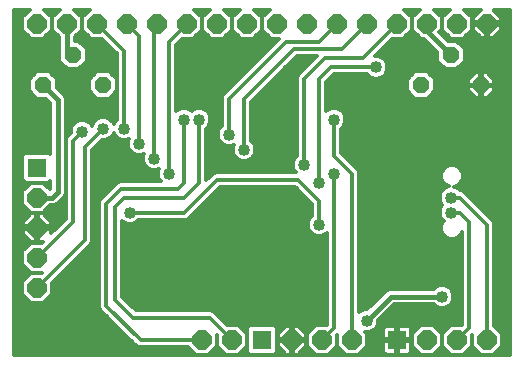
<source format=gbl>
G75*
G70*
%OFA0B0*%
%FSLAX24Y24*%
%IPPOS*%
%LPD*%
%AMOC8*
5,1,8,0,0,1.08239X$1,22.5*
%
%ADD10OC8,0.0640*%
%ADD11OC8,0.0560*%
%ADD12R,0.0640X0.0640*%
%ADD13C,0.0400*%
%ADD14C,0.0120*%
%ADD15C,0.0160*%
D10*
X001161Y002661D03*
X001161Y003661D03*
X001161Y004661D03*
X001161Y005661D03*
X006661Y000911D03*
X007661Y000911D03*
X009661Y000911D03*
X010661Y000911D03*
X011661Y000911D03*
X014161Y000911D03*
X015161Y000911D03*
X016161Y000911D03*
X016161Y011461D03*
X015161Y011461D03*
X014161Y011461D03*
X013161Y011461D03*
X012161Y011461D03*
X011161Y011461D03*
X010161Y011461D03*
X009161Y011461D03*
X008161Y011461D03*
X007161Y011461D03*
X006161Y011461D03*
X005161Y011461D03*
X004161Y011461D03*
X003161Y011461D03*
X002161Y011461D03*
X001161Y011461D03*
D11*
X002361Y010411D03*
X001361Y009411D03*
X003361Y009411D03*
X013961Y009411D03*
X014961Y010411D03*
X015961Y009411D03*
D12*
X013161Y000911D03*
X008661Y000911D03*
X001161Y006661D03*
D13*
X002661Y007861D03*
X003361Y007961D03*
X004061Y007961D03*
X004561Y007461D03*
X003961Y007161D03*
X005061Y006961D03*
X005561Y006461D03*
X004261Y005161D03*
X007661Y004661D03*
X010061Y006761D03*
X010561Y006161D03*
X011061Y006461D03*
X010561Y004761D03*
X008061Y007261D03*
X007561Y007761D03*
X006561Y008261D03*
X006061Y008261D03*
X006661Y010461D03*
X002561Y008761D03*
X007661Y002161D03*
X012161Y001561D03*
X014661Y002361D03*
X014961Y005161D03*
X014961Y005661D03*
X011061Y008261D03*
X012461Y010011D03*
D14*
X000401Y011921D02*
X000401Y000401D01*
X016921Y000401D01*
X016921Y011921D01*
X016380Y011921D01*
X016641Y011660D01*
X016921Y011660D01*
X016921Y011779D02*
X016523Y011779D01*
X016404Y011897D02*
X016921Y011897D01*
X016641Y011660D02*
X016641Y011501D01*
X016201Y011501D01*
X016201Y011421D01*
X016201Y010981D01*
X016360Y010981D01*
X016641Y011262D01*
X016641Y011421D01*
X016201Y011421D01*
X016121Y011421D01*
X016121Y010981D01*
X015962Y010981D01*
X015681Y011262D01*
X015681Y011421D01*
X016121Y011421D01*
X016121Y011501D01*
X015681Y011501D01*
X015681Y011660D01*
X015661Y011660D01*
X015661Y011668D02*
X015408Y011921D01*
X015943Y011921D01*
X015681Y011660D01*
X015661Y011668D02*
X015661Y011254D01*
X015368Y010961D01*
X014954Y010961D01*
X014661Y011254D01*
X014661Y011668D01*
X014408Y011921D01*
X014914Y011921D01*
X014661Y011668D01*
X014661Y011254D01*
X014574Y011167D01*
X014869Y010871D01*
X015152Y010871D01*
X015421Y010602D01*
X015421Y010221D01*
X015152Y009951D01*
X014771Y009951D01*
X014501Y010221D01*
X014501Y010504D01*
X014044Y010961D01*
X013954Y010961D01*
X013661Y011254D01*
X013661Y011668D01*
X013408Y011921D01*
X013914Y011921D01*
X013661Y011668D01*
X013661Y011254D01*
X013368Y010961D01*
X013001Y010961D01*
X012431Y010391D01*
X012537Y010391D01*
X012676Y010333D01*
X012783Y010226D01*
X012841Y010087D01*
X012841Y009936D01*
X012783Y009796D01*
X012676Y009689D01*
X012537Y009631D01*
X012386Y009631D01*
X012246Y009689D01*
X012164Y009771D01*
X011061Y009771D01*
X010801Y009512D01*
X010801Y008539D01*
X010846Y008583D01*
X010986Y008641D01*
X011137Y008641D01*
X011276Y008583D01*
X011383Y008476D01*
X011441Y008337D01*
X011441Y008186D01*
X011383Y008046D01*
X011301Y007964D01*
X011301Y007161D01*
X011797Y006665D01*
X011865Y006597D01*
X011901Y006509D01*
X011901Y001839D01*
X011946Y001883D01*
X012086Y001941D01*
X012174Y001941D01*
X012814Y002582D01*
X012910Y002621D01*
X013013Y002621D01*
X014384Y002621D01*
X014446Y002683D01*
X014586Y002741D01*
X014737Y002741D01*
X014876Y002683D01*
X014983Y002576D01*
X015041Y002437D01*
X015041Y002286D01*
X014983Y002146D01*
X014876Y002039D01*
X014737Y001981D01*
X014586Y001981D01*
X014446Y002039D01*
X014384Y002101D01*
X013069Y002101D01*
X012541Y001574D01*
X012541Y001486D01*
X012483Y001346D01*
X012376Y001239D01*
X012237Y001181D01*
X012098Y001181D01*
X012161Y001118D01*
X012161Y000704D01*
X011868Y000411D01*
X011454Y000411D01*
X011161Y000704D01*
X011161Y001072D01*
X011161Y000704D01*
X010868Y000411D01*
X010454Y000411D01*
X010161Y000704D01*
X010161Y001118D01*
X010454Y001411D01*
X010821Y001411D01*
X010821Y004484D01*
X010776Y004439D01*
X010637Y004381D01*
X010486Y004381D01*
X010346Y004439D01*
X010239Y004546D01*
X010181Y004686D01*
X010181Y004837D01*
X010239Y004976D01*
X010321Y005059D01*
X010321Y005462D01*
X009762Y006021D01*
X007261Y006021D01*
X006197Y004958D01*
X006109Y004921D01*
X006014Y004921D01*
X004559Y004921D01*
X004476Y004839D01*
X004337Y004781D01*
X004186Y004781D01*
X004046Y004839D01*
X004001Y004884D01*
X004001Y002361D01*
X004461Y001901D01*
X006864Y001901D01*
X006959Y001901D01*
X007047Y001865D01*
X007501Y001411D01*
X007868Y001411D01*
X008161Y001118D01*
X008161Y000704D01*
X007868Y000411D01*
X007454Y000411D01*
X007161Y000704D01*
X007161Y001072D01*
X007161Y001072D01*
X007161Y000704D01*
X006868Y000411D01*
X006454Y000411D01*
X006194Y000671D01*
X004564Y000671D01*
X004475Y000708D01*
X004408Y000775D01*
X003258Y001925D01*
X003221Y002014D01*
X003221Y002109D01*
X003221Y005509D01*
X003258Y005597D01*
X003325Y005665D01*
X003825Y006165D01*
X003914Y006201D01*
X004009Y006201D01*
X005284Y006201D01*
X005239Y006246D01*
X005181Y006386D01*
X005181Y006537D01*
X005213Y006613D01*
X005137Y006581D01*
X004986Y006581D01*
X004846Y006639D01*
X004739Y006746D01*
X004681Y006886D01*
X004681Y007037D01*
X004713Y007113D01*
X004637Y007081D01*
X004486Y007081D01*
X004346Y007139D01*
X004239Y007246D01*
X004181Y007386D01*
X004181Y007537D01*
X004213Y007613D01*
X004137Y007581D01*
X003986Y007581D01*
X003846Y007639D01*
X003739Y007746D01*
X003711Y007813D01*
X003683Y007746D01*
X003576Y007639D01*
X003437Y007581D01*
X003321Y007581D01*
X003001Y007262D01*
X003001Y004214D01*
X002965Y004125D01*
X002897Y004058D01*
X001661Y002822D01*
X001661Y002454D01*
X001368Y002161D01*
X000954Y002161D01*
X000661Y002454D01*
X000661Y002868D01*
X000954Y003161D01*
X001322Y003161D01*
X001322Y003161D01*
X000954Y003161D01*
X000661Y003454D01*
X000661Y003868D01*
X000954Y004161D01*
X001322Y004161D01*
X001342Y004181D01*
X001201Y004181D01*
X001201Y004621D01*
X001121Y004621D01*
X001121Y004181D01*
X000962Y004181D01*
X000681Y004462D01*
X000681Y004621D01*
X001121Y004621D01*
X001121Y004701D01*
X000681Y004701D01*
X000681Y004860D01*
X000962Y005141D01*
X001121Y005141D01*
X001121Y004701D01*
X001201Y004701D01*
X001201Y005141D01*
X001360Y005141D01*
X001641Y004860D01*
X001641Y004701D01*
X001201Y004701D01*
X001201Y004621D01*
X001641Y004621D01*
X001641Y004481D01*
X002121Y004961D01*
X002121Y007609D01*
X002158Y007697D01*
X002225Y007765D01*
X002225Y007765D01*
X002281Y007821D01*
X002281Y007937D01*
X002339Y008076D01*
X002446Y008183D01*
X002586Y008241D01*
X002737Y008241D01*
X002876Y008183D01*
X002983Y008076D01*
X002991Y008059D01*
X003039Y008176D01*
X003146Y008283D01*
X003286Y008341D01*
X003437Y008341D01*
X003576Y008283D01*
X003683Y008176D01*
X003711Y008109D01*
X003739Y008176D01*
X003821Y008259D01*
X003821Y010462D01*
X003322Y010961D01*
X002954Y010961D01*
X002661Y011254D01*
X002661Y011668D01*
X002408Y011921D01*
X002914Y011921D01*
X002661Y011668D01*
X002661Y011254D01*
X002421Y011014D01*
X002421Y010871D01*
X002552Y010871D01*
X002821Y010602D01*
X002821Y010221D01*
X002552Y009951D01*
X002171Y009951D01*
X001901Y010221D01*
X001901Y010560D01*
X001901Y010663D01*
X001901Y011014D01*
X001661Y011254D01*
X001661Y011668D01*
X001408Y011921D01*
X001914Y011921D01*
X001661Y011668D01*
X001661Y011254D01*
X001368Y010961D01*
X000954Y010961D01*
X000661Y011254D01*
X000661Y011668D01*
X000914Y011921D01*
X000401Y011921D01*
X000401Y011897D02*
X000890Y011897D01*
X000771Y011779D02*
X000401Y011779D01*
X000401Y011660D02*
X000661Y011660D01*
X000661Y011541D02*
X000401Y011541D01*
X000401Y011423D02*
X000661Y011423D01*
X000661Y011304D02*
X000401Y011304D01*
X000401Y011186D02*
X000730Y011186D01*
X000848Y011067D02*
X000401Y011067D01*
X000401Y010949D02*
X001901Y010949D01*
X001901Y010830D02*
X000401Y010830D01*
X000401Y010712D02*
X001901Y010712D01*
X001901Y010593D02*
X000401Y010593D01*
X000401Y010475D02*
X001901Y010475D01*
X001901Y010356D02*
X000401Y010356D01*
X000401Y010237D02*
X001901Y010237D01*
X002003Y010119D02*
X000401Y010119D01*
X000401Y010000D02*
X002122Y010000D01*
X002601Y010000D02*
X003821Y010000D01*
X003821Y009882D02*
X000401Y009882D01*
X000401Y009763D02*
X001063Y009763D01*
X001171Y009871D02*
X000901Y009602D01*
X000901Y009221D01*
X001171Y008951D01*
X001454Y008951D01*
X001601Y008804D01*
X001601Y007116D01*
X001556Y007161D01*
X000767Y007161D01*
X000661Y007056D01*
X000661Y006267D01*
X000767Y006161D01*
X001556Y006161D01*
X001601Y006207D01*
X001601Y005969D01*
X001581Y005949D01*
X001368Y006161D01*
X000954Y006161D01*
X000661Y005868D01*
X000661Y005454D01*
X000954Y005161D01*
X001368Y005161D01*
X001608Y005401D01*
X001610Y005401D01*
X001713Y005401D01*
X001809Y005441D01*
X002009Y005641D01*
X002082Y005714D01*
X002121Y005810D01*
X002121Y008860D01*
X002121Y008963D01*
X002082Y009059D01*
X001821Y009319D01*
X001821Y009602D01*
X001552Y009871D01*
X001171Y009871D01*
X000944Y009645D02*
X000401Y009645D01*
X000401Y009526D02*
X000901Y009526D01*
X000901Y009408D02*
X000401Y009408D01*
X000401Y009289D02*
X000901Y009289D01*
X000951Y009171D02*
X000401Y009171D01*
X000401Y009052D02*
X001070Y009052D01*
X001471Y008933D02*
X000401Y008933D01*
X000401Y008815D02*
X001590Y008815D01*
X001601Y008696D02*
X000401Y008696D01*
X000401Y008578D02*
X001601Y008578D01*
X001601Y008459D02*
X000401Y008459D01*
X000401Y008341D02*
X001601Y008341D01*
X001601Y008222D02*
X000401Y008222D01*
X000401Y008104D02*
X001601Y008104D01*
X001601Y007985D02*
X000401Y007985D01*
X000401Y007867D02*
X001601Y007867D01*
X001601Y007748D02*
X000401Y007748D01*
X000401Y007629D02*
X001601Y007629D01*
X001601Y007511D02*
X000401Y007511D01*
X000401Y007392D02*
X001601Y007392D01*
X001601Y007274D02*
X000401Y007274D01*
X000401Y007155D02*
X000761Y007155D01*
X000661Y007037D02*
X000401Y007037D01*
X000401Y006918D02*
X000661Y006918D01*
X000661Y006800D02*
X000401Y006800D01*
X000401Y006681D02*
X000661Y006681D01*
X000661Y006563D02*
X000401Y006563D01*
X000401Y006444D02*
X000661Y006444D01*
X000661Y006326D02*
X000401Y006326D01*
X000401Y006207D02*
X000721Y006207D01*
X000881Y006088D02*
X000401Y006088D01*
X000401Y005970D02*
X000763Y005970D01*
X000661Y005851D02*
X000401Y005851D01*
X000401Y005733D02*
X000661Y005733D01*
X000661Y005614D02*
X000401Y005614D01*
X000401Y005496D02*
X000661Y005496D01*
X000738Y005377D02*
X000401Y005377D01*
X000401Y005259D02*
X000857Y005259D01*
X000961Y005140D02*
X000401Y005140D01*
X000401Y005022D02*
X000843Y005022D01*
X000724Y004903D02*
X000401Y004903D01*
X000401Y004784D02*
X000681Y004784D01*
X000401Y004666D02*
X001121Y004666D01*
X001201Y004666D02*
X001827Y004666D01*
X001945Y004784D02*
X001641Y004784D01*
X001598Y004903D02*
X002064Y004903D01*
X002121Y005022D02*
X001480Y005022D01*
X001361Y005140D02*
X002121Y005140D01*
X002121Y005259D02*
X001466Y005259D01*
X001584Y005377D02*
X002121Y005377D01*
X002121Y005496D02*
X001863Y005496D01*
X001982Y005614D02*
X002121Y005614D01*
X002121Y005733D02*
X002089Y005733D01*
X002121Y005851D02*
X002121Y005851D01*
X002121Y005970D02*
X002121Y005970D01*
X002121Y006088D02*
X002121Y006088D01*
X002121Y006207D02*
X002121Y006207D01*
X002121Y006326D02*
X002121Y006326D01*
X002121Y006444D02*
X002121Y006444D01*
X002121Y006563D02*
X002121Y006563D01*
X002121Y006681D02*
X002121Y006681D01*
X002121Y006800D02*
X002121Y006800D01*
X002121Y006918D02*
X002121Y006918D01*
X002121Y007037D02*
X002121Y007037D01*
X002121Y007155D02*
X002121Y007155D01*
X002121Y007274D02*
X002121Y007274D01*
X002121Y007392D02*
X002121Y007392D01*
X002121Y007511D02*
X002121Y007511D01*
X002121Y007629D02*
X002130Y007629D01*
X002121Y007748D02*
X002209Y007748D01*
X002281Y007867D02*
X002121Y007867D01*
X002121Y007985D02*
X002301Y007985D01*
X002366Y008104D02*
X002121Y008104D01*
X002121Y008222D02*
X002540Y008222D01*
X002783Y008222D02*
X003085Y008222D01*
X003009Y008104D02*
X002956Y008104D01*
X002661Y007861D02*
X002361Y007561D01*
X002361Y004861D01*
X001161Y003661D01*
X000753Y003362D02*
X000401Y003362D01*
X000401Y003480D02*
X000661Y003480D01*
X000661Y003599D02*
X000401Y003599D01*
X000401Y003718D02*
X000661Y003718D01*
X000661Y003836D02*
X000401Y003836D01*
X000401Y003955D02*
X000748Y003955D01*
X000866Y004073D02*
X000401Y004073D01*
X000401Y004192D02*
X000952Y004192D01*
X000833Y004310D02*
X000401Y004310D01*
X000401Y004429D02*
X000715Y004429D01*
X000681Y004547D02*
X000401Y004547D01*
X001121Y004547D02*
X001201Y004547D01*
X001201Y004429D02*
X001121Y004429D01*
X001121Y004310D02*
X001201Y004310D01*
X001201Y004192D02*
X001121Y004192D01*
X001641Y004547D02*
X001708Y004547D01*
X001201Y004784D02*
X001121Y004784D01*
X001121Y004903D02*
X001201Y004903D01*
X001201Y005022D02*
X001121Y005022D01*
X001121Y005140D02*
X001201Y005140D01*
X001560Y005970D02*
X001601Y005970D01*
X001601Y006088D02*
X001441Y006088D01*
X001562Y007155D02*
X001601Y007155D01*
X002761Y007361D02*
X003361Y007961D01*
X003638Y008222D02*
X003785Y008222D01*
X003821Y008341D02*
X003438Y008341D01*
X003285Y008341D02*
X002121Y008341D01*
X002121Y008459D02*
X003821Y008459D01*
X003821Y008578D02*
X002121Y008578D01*
X002121Y008696D02*
X003821Y008696D01*
X003821Y008815D02*
X002121Y008815D01*
X002121Y008933D02*
X003821Y008933D01*
X003821Y009052D02*
X003653Y009052D01*
X003552Y008951D02*
X003821Y009221D01*
X003821Y009602D01*
X003552Y009871D01*
X003171Y009871D01*
X002901Y009602D01*
X002901Y009221D01*
X003171Y008951D01*
X003552Y008951D01*
X003771Y009171D02*
X003821Y009171D01*
X003821Y009289D02*
X003821Y009289D01*
X003821Y009408D02*
X003821Y009408D01*
X003821Y009526D02*
X003821Y009526D01*
X003821Y009645D02*
X003778Y009645D01*
X003821Y009763D02*
X003660Y009763D01*
X003821Y010119D02*
X002719Y010119D01*
X002821Y010237D02*
X003821Y010237D01*
X003821Y010356D02*
X002821Y010356D01*
X002821Y010475D02*
X003809Y010475D01*
X003690Y010593D02*
X002821Y010593D01*
X002711Y010712D02*
X003571Y010712D01*
X003453Y010830D02*
X002593Y010830D01*
X002421Y010949D02*
X003334Y010949D01*
X002848Y011067D02*
X002474Y011067D01*
X002593Y011186D02*
X002730Y011186D01*
X002661Y011304D02*
X002661Y011304D01*
X002661Y011423D02*
X002661Y011423D01*
X002661Y011541D02*
X002661Y011541D01*
X002661Y011660D02*
X002661Y011660D01*
X002551Y011779D02*
X002771Y011779D01*
X002890Y011897D02*
X002433Y011897D01*
X001890Y011897D02*
X001433Y011897D01*
X001551Y011779D02*
X001771Y011779D01*
X001661Y011660D02*
X001661Y011660D01*
X001661Y011541D02*
X001661Y011541D01*
X001661Y011423D02*
X001661Y011423D01*
X001661Y011304D02*
X001661Y011304D01*
X001593Y011186D02*
X001730Y011186D01*
X001848Y011067D02*
X001474Y011067D01*
X001660Y009763D02*
X003063Y009763D01*
X002944Y009645D02*
X001778Y009645D01*
X001821Y009526D02*
X002901Y009526D01*
X002901Y009408D02*
X001821Y009408D01*
X001851Y009289D02*
X002901Y009289D01*
X002951Y009171D02*
X001970Y009171D01*
X002084Y009052D02*
X003070Y009052D01*
X004061Y007961D02*
X004061Y010561D01*
X003161Y011461D01*
X004161Y011461D02*
X004561Y011061D01*
X004561Y007461D01*
X004228Y007274D02*
X003013Y007274D01*
X003001Y007155D02*
X004330Y007155D01*
X004181Y007392D02*
X003132Y007392D01*
X003250Y007511D02*
X004181Y007511D01*
X003869Y007629D02*
X003553Y007629D01*
X003684Y007748D02*
X003738Y007748D01*
X003001Y007037D02*
X004681Y007037D01*
X004681Y006918D02*
X003001Y006918D01*
X003001Y006800D02*
X004717Y006800D01*
X004804Y006681D02*
X003001Y006681D01*
X003001Y006563D02*
X005192Y006563D01*
X005181Y006444D02*
X003001Y006444D01*
X003001Y006326D02*
X005206Y006326D01*
X005278Y006207D02*
X003001Y006207D01*
X003001Y006088D02*
X003749Y006088D01*
X003630Y005970D02*
X003001Y005970D01*
X003001Y005851D02*
X003512Y005851D01*
X003393Y005733D02*
X003001Y005733D01*
X003001Y005614D02*
X003275Y005614D01*
X003221Y005496D02*
X003001Y005496D01*
X003001Y005377D02*
X003221Y005377D01*
X003221Y005259D02*
X003001Y005259D01*
X003001Y005140D02*
X003221Y005140D01*
X003221Y005022D02*
X003001Y005022D01*
X003001Y004903D02*
X003221Y004903D01*
X003221Y004784D02*
X003001Y004784D01*
X003001Y004666D02*
X003221Y004666D01*
X003221Y004547D02*
X003001Y004547D01*
X003001Y004429D02*
X003221Y004429D01*
X003221Y004310D02*
X003001Y004310D01*
X002992Y004192D02*
X003221Y004192D01*
X003221Y004073D02*
X002913Y004073D01*
X002794Y003955D02*
X003221Y003955D01*
X003221Y003836D02*
X002676Y003836D01*
X002557Y003718D02*
X003221Y003718D01*
X003221Y003599D02*
X002438Y003599D01*
X002320Y003480D02*
X003221Y003480D01*
X003221Y003362D02*
X002201Y003362D01*
X002083Y003243D02*
X003221Y003243D01*
X003221Y003125D02*
X001964Y003125D01*
X001846Y003006D02*
X003221Y003006D01*
X003221Y002888D02*
X001727Y002888D01*
X001661Y002769D02*
X003221Y002769D01*
X003221Y002651D02*
X001661Y002651D01*
X001661Y002532D02*
X003221Y002532D01*
X003221Y002414D02*
X001621Y002414D01*
X001502Y002295D02*
X003221Y002295D01*
X003221Y002176D02*
X001384Y002176D01*
X000939Y002176D02*
X000401Y002176D01*
X000401Y002058D02*
X003221Y002058D01*
X003252Y001939D02*
X000401Y001939D01*
X000401Y001821D02*
X003362Y001821D01*
X003481Y001702D02*
X000401Y001702D01*
X000401Y001584D02*
X003599Y001584D01*
X003718Y001465D02*
X000401Y001465D01*
X000401Y001347D02*
X003836Y001347D01*
X003955Y001228D02*
X000401Y001228D01*
X000401Y001110D02*
X004073Y001110D01*
X004192Y000991D02*
X000401Y000991D01*
X000401Y000873D02*
X004311Y000873D01*
X004429Y000754D02*
X000401Y000754D01*
X000401Y000635D02*
X006230Y000635D01*
X006349Y000517D02*
X000401Y000517D01*
X000401Y002295D02*
X000820Y002295D01*
X000702Y002414D02*
X000401Y002414D01*
X000401Y002532D02*
X000661Y002532D01*
X000661Y002651D02*
X000401Y002651D01*
X000401Y002769D02*
X000661Y002769D01*
X000681Y002888D02*
X000401Y002888D01*
X000401Y003006D02*
X000799Y003006D01*
X000918Y003125D02*
X000401Y003125D01*
X000401Y003243D02*
X000872Y003243D01*
X001161Y002661D02*
X002761Y004261D01*
X002761Y007361D01*
X003961Y005961D02*
X003461Y005461D01*
X003461Y002061D01*
X004611Y000911D01*
X006661Y000911D01*
X007093Y000635D02*
X007230Y000635D01*
X007161Y000754D02*
X007161Y000754D01*
X007161Y000873D02*
X007161Y000873D01*
X007161Y000991D02*
X007161Y000991D01*
X007661Y000911D02*
X006911Y001661D01*
X004361Y001661D01*
X003761Y002261D01*
X003761Y005361D01*
X004061Y005661D01*
X006061Y005661D01*
X006561Y006161D01*
X006561Y008261D01*
X006823Y007985D02*
X007248Y007985D01*
X007239Y007976D02*
X007181Y007837D01*
X007181Y007686D01*
X007239Y007546D01*
X007346Y007439D01*
X007486Y007381D01*
X007637Y007381D01*
X007713Y007413D01*
X007681Y007337D01*
X007681Y007186D01*
X007739Y007046D01*
X007846Y006939D01*
X007986Y006881D01*
X008137Y006881D01*
X008276Y006939D01*
X008383Y007046D01*
X008441Y007186D01*
X008441Y007337D01*
X008383Y007476D01*
X008301Y007559D01*
X008301Y008862D01*
X009811Y010371D01*
X010482Y010371D01*
X009925Y009815D01*
X009858Y009747D01*
X009821Y009659D01*
X009821Y007059D01*
X009739Y006976D01*
X009681Y006837D01*
X009681Y006686D01*
X009739Y006546D01*
X009784Y006501D01*
X007209Y006501D01*
X007114Y006501D01*
X007025Y006465D01*
X006801Y006241D01*
X006801Y007964D01*
X006883Y008046D01*
X006941Y008186D01*
X006941Y008337D01*
X006883Y008476D01*
X006776Y008583D01*
X006637Y008641D01*
X006486Y008641D01*
X006346Y008583D01*
X006311Y008549D01*
X006276Y008583D01*
X006137Y008641D01*
X005986Y008641D01*
X005846Y008583D01*
X005801Y008539D01*
X005801Y010762D01*
X006001Y010961D01*
X006368Y010961D01*
X006661Y011254D01*
X006661Y011668D01*
X006408Y011921D01*
X006914Y011921D01*
X006661Y011668D01*
X006661Y011254D01*
X006954Y010961D01*
X007368Y010961D01*
X007661Y011254D01*
X007661Y011668D01*
X007408Y011921D01*
X007914Y011921D01*
X007661Y011668D01*
X007661Y011254D01*
X007954Y010961D01*
X008368Y010961D01*
X008661Y011254D01*
X008661Y011668D01*
X008408Y011921D01*
X008914Y011921D01*
X008661Y011668D01*
X008661Y011254D01*
X008954Y010961D01*
X009222Y010961D01*
X007425Y009165D01*
X007358Y009097D01*
X007321Y009009D01*
X007321Y008059D01*
X007239Y007976D01*
X007194Y007867D02*
X006801Y007867D01*
X006801Y007748D02*
X007181Y007748D01*
X007204Y007629D02*
X006801Y007629D01*
X006801Y007511D02*
X007274Y007511D01*
X007459Y007392D02*
X006801Y007392D01*
X006801Y007274D02*
X007681Y007274D01*
X007694Y007155D02*
X006801Y007155D01*
X006801Y007037D02*
X007748Y007037D01*
X007896Y006918D02*
X006801Y006918D01*
X006801Y006800D02*
X009681Y006800D01*
X009683Y006681D02*
X006801Y006681D01*
X006801Y006563D02*
X009732Y006563D01*
X009861Y006261D02*
X007161Y006261D01*
X006061Y005161D01*
X004261Y005161D01*
X004540Y004903D02*
X010209Y004903D01*
X010181Y004784D02*
X004345Y004784D01*
X004178Y004784D02*
X004001Y004784D01*
X004001Y004666D02*
X010189Y004666D01*
X010239Y004547D02*
X004001Y004547D01*
X004001Y004429D02*
X010371Y004429D01*
X010752Y004429D02*
X010821Y004429D01*
X010821Y004310D02*
X004001Y004310D01*
X004001Y004192D02*
X010821Y004192D01*
X010821Y004073D02*
X004001Y004073D01*
X004001Y003955D02*
X010821Y003955D01*
X010821Y003836D02*
X004001Y003836D01*
X004001Y003718D02*
X010821Y003718D01*
X010821Y003599D02*
X004001Y003599D01*
X004001Y003480D02*
X010821Y003480D01*
X010821Y003362D02*
X004001Y003362D01*
X004001Y003243D02*
X010821Y003243D01*
X010821Y003125D02*
X004001Y003125D01*
X004001Y003006D02*
X010821Y003006D01*
X010821Y002888D02*
X004001Y002888D01*
X004001Y002769D02*
X010821Y002769D01*
X010821Y002651D02*
X004001Y002651D01*
X004001Y002532D02*
X010821Y002532D01*
X010821Y002414D02*
X004001Y002414D01*
X004067Y002295D02*
X010821Y002295D01*
X010821Y002176D02*
X004185Y002176D01*
X004304Y002058D02*
X010821Y002058D01*
X010821Y001939D02*
X004422Y001939D01*
X006974Y000517D02*
X007349Y000517D01*
X007974Y000517D02*
X008161Y000517D01*
X008267Y000411D01*
X009056Y000411D01*
X009161Y000517D01*
X009377Y000517D01*
X009462Y000431D02*
X009181Y000712D01*
X009181Y000871D01*
X009621Y000871D01*
X009621Y000951D01*
X009181Y000951D01*
X009181Y001110D01*
X009462Y001391D01*
X009621Y001391D01*
X009621Y000951D01*
X009701Y000951D01*
X009701Y001391D01*
X009860Y001391D01*
X010141Y001110D01*
X010141Y000951D01*
X009701Y000951D01*
X009701Y000871D01*
X009701Y000431D01*
X009860Y000431D01*
X010141Y000712D01*
X010141Y000871D01*
X009701Y000871D01*
X009621Y000871D01*
X009621Y000431D01*
X009462Y000431D01*
X009621Y000517D02*
X009701Y000517D01*
X009701Y000635D02*
X009621Y000635D01*
X009621Y000754D02*
X009701Y000754D01*
X009701Y000873D02*
X010161Y000873D01*
X010161Y000991D02*
X010141Y000991D01*
X010141Y001110D02*
X010161Y001110D01*
X010271Y001228D02*
X010023Y001228D01*
X009905Y001347D02*
X010390Y001347D01*
X010821Y001465D02*
X007447Y001465D01*
X007328Y001584D02*
X010821Y001584D01*
X010821Y001702D02*
X007210Y001702D01*
X007091Y001821D02*
X010821Y001821D01*
X011061Y001311D02*
X010661Y000911D01*
X011161Y000873D02*
X011161Y000873D01*
X011161Y000991D02*
X011161Y000991D01*
X011161Y001072D02*
X011161Y001072D01*
X011061Y001311D02*
X011061Y006461D01*
X010561Y006161D02*
X010561Y009611D01*
X010961Y010011D01*
X012461Y010011D01*
X012841Y010000D02*
X014722Y010000D01*
X014603Y010119D02*
X012828Y010119D01*
X012772Y010237D02*
X014501Y010237D01*
X014501Y010356D02*
X012622Y010356D01*
X012514Y010475D02*
X014501Y010475D01*
X014412Y010593D02*
X012632Y010593D01*
X012751Y010712D02*
X014293Y010712D01*
X014175Y010830D02*
X012870Y010830D01*
X012988Y010949D02*
X014056Y010949D01*
X013848Y011067D02*
X013474Y011067D01*
X013593Y011186D02*
X013730Y011186D01*
X013661Y011304D02*
X013661Y011304D01*
X013661Y011423D02*
X013661Y011423D01*
X013661Y011541D02*
X013661Y011541D01*
X013661Y011660D02*
X013661Y011660D01*
X013551Y011779D02*
X013771Y011779D01*
X013890Y011897D02*
X013433Y011897D01*
X013161Y011461D02*
X012011Y010311D01*
X010761Y010311D01*
X010061Y009611D01*
X010061Y006761D01*
X009715Y006918D02*
X008226Y006918D01*
X008374Y007037D02*
X009799Y007037D01*
X009821Y007155D02*
X008429Y007155D01*
X008441Y007274D02*
X009821Y007274D01*
X009821Y007392D02*
X008418Y007392D01*
X008349Y007511D02*
X009821Y007511D01*
X009821Y007629D02*
X008301Y007629D01*
X008301Y007748D02*
X009821Y007748D01*
X009821Y007867D02*
X008301Y007867D01*
X008301Y007985D02*
X009821Y007985D01*
X009821Y008104D02*
X008301Y008104D01*
X008301Y008222D02*
X009821Y008222D01*
X009821Y008341D02*
X008301Y008341D01*
X008301Y008459D02*
X009821Y008459D01*
X009821Y008578D02*
X008301Y008578D01*
X008301Y008696D02*
X009821Y008696D01*
X009821Y008815D02*
X008301Y008815D01*
X008373Y008933D02*
X009821Y008933D01*
X009821Y009052D02*
X008491Y009052D01*
X008610Y009171D02*
X009821Y009171D01*
X009821Y009289D02*
X008729Y009289D01*
X008847Y009408D02*
X009821Y009408D01*
X009821Y009526D02*
X008966Y009526D01*
X009084Y009645D02*
X009821Y009645D01*
X009874Y009763D02*
X009203Y009763D01*
X009321Y009882D02*
X009992Y009882D01*
X010111Y010000D02*
X009440Y010000D01*
X009558Y010119D02*
X010230Y010119D01*
X010348Y010237D02*
X009677Y010237D01*
X009795Y010356D02*
X010467Y010356D01*
X010561Y010861D02*
X009461Y010861D01*
X007561Y008961D01*
X007561Y007761D01*
X007321Y008104D02*
X006907Y008104D01*
X006941Y008222D02*
X007321Y008222D01*
X007321Y008341D02*
X006940Y008341D01*
X006891Y008459D02*
X007321Y008459D01*
X007321Y008578D02*
X006782Y008578D01*
X006340Y008578D02*
X006282Y008578D01*
X006061Y008261D02*
X006061Y006161D01*
X005861Y005961D01*
X003961Y005961D01*
X005061Y006961D02*
X005061Y011361D01*
X005161Y011461D01*
X005561Y010861D02*
X006161Y011461D01*
X006551Y011779D02*
X006771Y011779D01*
X006661Y011660D02*
X006661Y011660D01*
X006661Y011541D02*
X006661Y011541D01*
X006661Y011423D02*
X006661Y011423D01*
X006661Y011304D02*
X006661Y011304D01*
X006593Y011186D02*
X006730Y011186D01*
X006848Y011067D02*
X006474Y011067D01*
X005988Y010949D02*
X009209Y010949D01*
X009091Y010830D02*
X005870Y010830D01*
X005801Y010712D02*
X008972Y010712D01*
X008854Y010593D02*
X005801Y010593D01*
X005801Y010475D02*
X008735Y010475D01*
X008617Y010356D02*
X005801Y010356D01*
X005801Y010237D02*
X008498Y010237D01*
X008380Y010119D02*
X005801Y010119D01*
X005801Y010000D02*
X008261Y010000D01*
X008142Y009882D02*
X005801Y009882D01*
X005801Y009763D02*
X008024Y009763D01*
X007905Y009645D02*
X005801Y009645D01*
X005801Y009526D02*
X007787Y009526D01*
X007668Y009408D02*
X005801Y009408D01*
X005801Y009289D02*
X007550Y009289D01*
X007431Y009171D02*
X005801Y009171D01*
X005801Y009052D02*
X007339Y009052D01*
X007321Y008933D02*
X005801Y008933D01*
X005801Y008815D02*
X007321Y008815D01*
X007321Y008696D02*
X005801Y008696D01*
X005801Y008578D02*
X005840Y008578D01*
X007664Y007392D02*
X007704Y007392D01*
X008061Y007261D02*
X008061Y008961D01*
X009711Y010611D01*
X011311Y010611D01*
X012161Y011461D01*
X011161Y011461D02*
X010561Y010861D01*
X011053Y009763D02*
X012172Y009763D01*
X012353Y009645D02*
X010934Y009645D01*
X010816Y009526D02*
X013501Y009526D01*
X013501Y009602D02*
X013501Y009221D01*
X013771Y008951D01*
X014152Y008951D01*
X014421Y009221D01*
X014421Y009602D01*
X014152Y009871D01*
X013771Y009871D01*
X013501Y009602D01*
X013544Y009645D02*
X012569Y009645D01*
X012751Y009763D02*
X013663Y009763D01*
X013501Y009408D02*
X010801Y009408D01*
X010801Y009289D02*
X013501Y009289D01*
X013551Y009171D02*
X010801Y009171D01*
X010801Y009052D02*
X013670Y009052D01*
X014253Y009052D02*
X015698Y009052D01*
X015779Y008971D02*
X015521Y009229D01*
X015521Y009391D01*
X015941Y009391D01*
X015981Y009391D01*
X015981Y008971D01*
X016143Y008971D01*
X016401Y009229D01*
X016401Y009391D01*
X015981Y009391D01*
X015981Y009431D01*
X016401Y009431D01*
X016401Y009593D01*
X016143Y009851D01*
X015981Y009851D01*
X015981Y009431D01*
X015941Y009431D01*
X015941Y009391D01*
X015941Y008971D01*
X015779Y008971D01*
X015941Y009052D02*
X015981Y009052D01*
X015981Y009171D02*
X015941Y009171D01*
X015941Y009289D02*
X015981Y009289D01*
X015981Y009408D02*
X016921Y009408D01*
X016921Y009526D02*
X016401Y009526D01*
X016350Y009645D02*
X016921Y009645D01*
X016921Y009763D02*
X016231Y009763D01*
X015981Y009763D02*
X015941Y009763D01*
X015941Y009851D02*
X015779Y009851D01*
X015521Y009593D01*
X015521Y009431D01*
X015941Y009431D01*
X015941Y009851D01*
X015941Y009645D02*
X015981Y009645D01*
X015981Y009526D02*
X015941Y009526D01*
X015941Y009408D02*
X014421Y009408D01*
X014421Y009526D02*
X015521Y009526D01*
X015573Y009645D02*
X014378Y009645D01*
X014260Y009763D02*
X015691Y009763D01*
X015201Y010000D02*
X016921Y010000D01*
X016921Y009882D02*
X012819Y009882D01*
X014371Y009171D02*
X015580Y009171D01*
X015521Y009289D02*
X014421Y009289D01*
X015319Y010119D02*
X016921Y010119D01*
X016921Y010237D02*
X015421Y010237D01*
X015421Y010356D02*
X016921Y010356D01*
X016921Y010475D02*
X015421Y010475D01*
X015421Y010593D02*
X016921Y010593D01*
X016921Y010712D02*
X015311Y010712D01*
X015193Y010830D02*
X016921Y010830D01*
X016921Y010949D02*
X014791Y010949D01*
X014848Y011067D02*
X014673Y011067D01*
X014730Y011186D02*
X014593Y011186D01*
X014661Y011304D02*
X014661Y011304D01*
X014661Y011423D02*
X014661Y011423D01*
X014661Y011541D02*
X014661Y011541D01*
X014661Y011660D02*
X014661Y011660D01*
X014551Y011779D02*
X014771Y011779D01*
X014890Y011897D02*
X014433Y011897D01*
X015433Y011897D02*
X015918Y011897D01*
X015800Y011779D02*
X015551Y011779D01*
X015661Y011541D02*
X015681Y011541D01*
X015661Y011423D02*
X016121Y011423D01*
X016201Y011423D02*
X016921Y011423D01*
X016921Y011541D02*
X016641Y011541D01*
X016641Y011304D02*
X016921Y011304D01*
X016921Y011186D02*
X016565Y011186D01*
X016446Y011067D02*
X016921Y011067D01*
X016201Y011067D02*
X016121Y011067D01*
X016121Y011186D02*
X016201Y011186D01*
X016201Y011304D02*
X016121Y011304D01*
X015876Y011067D02*
X015474Y011067D01*
X015593Y011186D02*
X015758Y011186D01*
X015681Y011304D02*
X015661Y011304D01*
X016401Y009289D02*
X016921Y009289D01*
X016921Y009171D02*
X016343Y009171D01*
X016224Y009052D02*
X016921Y009052D01*
X016921Y008933D02*
X010801Y008933D01*
X010801Y008815D02*
X016921Y008815D01*
X016921Y008696D02*
X010801Y008696D01*
X010801Y008578D02*
X010840Y008578D01*
X011061Y008261D02*
X011061Y007061D01*
X011661Y006461D01*
X011661Y000911D01*
X011230Y000635D02*
X011093Y000635D01*
X011161Y000754D02*
X011161Y000754D01*
X010974Y000517D02*
X011349Y000517D01*
X011974Y000517D02*
X012699Y000517D01*
X012692Y000529D02*
X012713Y000493D01*
X012743Y000463D01*
X012779Y000442D01*
X012820Y000431D01*
X013121Y000431D01*
X013121Y000871D01*
X013201Y000871D01*
X013201Y000431D01*
X013502Y000431D01*
X013543Y000442D01*
X013579Y000463D01*
X013609Y000493D01*
X013630Y000529D01*
X013641Y000570D01*
X013641Y000871D01*
X013201Y000871D01*
X013201Y000951D01*
X013121Y000951D01*
X013121Y000871D01*
X012681Y000871D01*
X012681Y000570D01*
X012692Y000529D01*
X012681Y000635D02*
X012093Y000635D01*
X012161Y000754D02*
X012681Y000754D01*
X012681Y000951D02*
X012681Y001252D01*
X012692Y001293D01*
X012713Y001329D01*
X012743Y001359D01*
X012779Y001380D01*
X012820Y001391D01*
X013121Y001391D01*
X013121Y000951D01*
X012681Y000951D01*
X012681Y000991D02*
X012161Y000991D01*
X012161Y000873D02*
X013121Y000873D01*
X013201Y000873D02*
X013661Y000873D01*
X013641Y000951D02*
X013641Y001252D01*
X013630Y001293D01*
X013609Y001329D01*
X013579Y001359D01*
X013543Y001380D01*
X013502Y001391D01*
X013201Y001391D01*
X013201Y000951D01*
X013641Y000951D01*
X013641Y000991D02*
X013661Y000991D01*
X013661Y001110D02*
X013641Y001110D01*
X013661Y001118D02*
X013661Y000704D01*
X013954Y000411D01*
X014368Y000411D01*
X014661Y000704D01*
X014661Y001118D01*
X014368Y001411D01*
X013954Y001411D01*
X013661Y001118D01*
X013641Y001228D02*
X013771Y001228D01*
X013890Y001347D02*
X013592Y001347D01*
X013201Y001347D02*
X013121Y001347D01*
X013121Y001228D02*
X013201Y001228D01*
X013201Y001110D02*
X013121Y001110D01*
X013121Y000991D02*
X013201Y000991D01*
X013201Y000754D02*
X013121Y000754D01*
X013121Y000635D02*
X013201Y000635D01*
X013201Y000517D02*
X013121Y000517D01*
X013623Y000517D02*
X013849Y000517D01*
X013730Y000635D02*
X013641Y000635D01*
X013641Y000754D02*
X013661Y000754D01*
X014474Y000517D02*
X014849Y000517D01*
X014954Y000411D02*
X014661Y000704D01*
X014661Y001118D01*
X014954Y001411D01*
X015321Y001411D01*
X015321Y004521D01*
X015289Y004443D01*
X015189Y004342D01*
X015057Y004288D01*
X014915Y004288D01*
X014784Y004342D01*
X014683Y004443D01*
X014629Y004574D01*
X014629Y004716D01*
X014683Y004847D01*
X014711Y004874D01*
X014639Y004946D01*
X014581Y005086D01*
X014581Y005237D01*
X014639Y005376D01*
X014674Y005411D01*
X014639Y005446D01*
X014581Y005586D01*
X014581Y005737D01*
X014639Y005876D01*
X014746Y005983D01*
X014875Y006037D01*
X014784Y006075D01*
X014683Y006175D01*
X014629Y006306D01*
X014629Y006448D01*
X014683Y006580D01*
X014784Y006680D01*
X014915Y006735D01*
X015057Y006735D01*
X015189Y006680D01*
X015289Y006580D01*
X015343Y006448D01*
X015343Y006306D01*
X015289Y006175D01*
X015189Y006075D01*
X015072Y006026D01*
X015176Y005983D01*
X015259Y005901D01*
X015309Y005901D01*
X015397Y005865D01*
X016297Y004965D01*
X016365Y004897D01*
X016401Y004809D01*
X016401Y001378D01*
X016661Y001118D01*
X016661Y000704D01*
X016368Y000411D01*
X015954Y000411D01*
X015661Y000704D01*
X015368Y000411D01*
X014954Y000411D01*
X014730Y000635D02*
X014593Y000635D01*
X014661Y000754D02*
X014661Y000754D01*
X014661Y000873D02*
X014661Y000873D01*
X014661Y000991D02*
X014661Y000991D01*
X014661Y001110D02*
X014661Y001110D01*
X014551Y001228D02*
X014771Y001228D01*
X014890Y001347D02*
X014433Y001347D01*
X014427Y002058D02*
X013026Y002058D01*
X012907Y001939D02*
X015321Y001939D01*
X015321Y001821D02*
X012789Y001821D01*
X012670Y001702D02*
X015321Y001702D01*
X015321Y001584D02*
X012551Y001584D01*
X012533Y001465D02*
X015321Y001465D01*
X015561Y001311D02*
X015561Y004861D01*
X015261Y005161D01*
X014961Y005161D01*
X014682Y004903D02*
X011901Y004903D01*
X011901Y005022D02*
X014608Y005022D01*
X014581Y005140D02*
X011901Y005140D01*
X011901Y005259D02*
X014590Y005259D01*
X014640Y005377D02*
X011901Y005377D01*
X011901Y005496D02*
X014618Y005496D01*
X014581Y005614D02*
X011901Y005614D01*
X011901Y005733D02*
X014581Y005733D01*
X014629Y005851D02*
X011901Y005851D01*
X011901Y005970D02*
X014732Y005970D01*
X014770Y006088D02*
X011901Y006088D01*
X011901Y006207D02*
X014670Y006207D01*
X014629Y006326D02*
X011901Y006326D01*
X011901Y006444D02*
X014629Y006444D01*
X014676Y006563D02*
X011879Y006563D01*
X011781Y006681D02*
X014786Y006681D01*
X015186Y006681D02*
X016921Y006681D01*
X016921Y006563D02*
X015296Y006563D01*
X015343Y006444D02*
X016921Y006444D01*
X016921Y006326D02*
X015343Y006326D01*
X015302Y006207D02*
X016921Y006207D01*
X016921Y006088D02*
X015202Y006088D01*
X015190Y005970D02*
X016921Y005970D01*
X016921Y005851D02*
X015411Y005851D01*
X015529Y005733D02*
X016921Y005733D01*
X016921Y005614D02*
X015648Y005614D01*
X015766Y005496D02*
X016921Y005496D01*
X016921Y005377D02*
X015885Y005377D01*
X016003Y005259D02*
X016921Y005259D01*
X016921Y005140D02*
X016122Y005140D01*
X016240Y005022D02*
X016921Y005022D01*
X016921Y004903D02*
X016359Y004903D01*
X016401Y004784D02*
X016921Y004784D01*
X016921Y004666D02*
X016401Y004666D01*
X016401Y004547D02*
X016921Y004547D01*
X016921Y004429D02*
X016401Y004429D01*
X016401Y004310D02*
X016921Y004310D01*
X016921Y004192D02*
X016401Y004192D01*
X016401Y004073D02*
X016921Y004073D01*
X016921Y003955D02*
X016401Y003955D01*
X016401Y003836D02*
X016921Y003836D01*
X016921Y003718D02*
X016401Y003718D01*
X016401Y003599D02*
X016921Y003599D01*
X016921Y003480D02*
X016401Y003480D01*
X016401Y003362D02*
X016921Y003362D01*
X016921Y003243D02*
X016401Y003243D01*
X016401Y003125D02*
X016921Y003125D01*
X016921Y003006D02*
X016401Y003006D01*
X016401Y002888D02*
X016921Y002888D01*
X016921Y002769D02*
X016401Y002769D01*
X016401Y002651D02*
X016921Y002651D01*
X016921Y002532D02*
X016401Y002532D01*
X016401Y002414D02*
X016921Y002414D01*
X016921Y002295D02*
X016401Y002295D01*
X016401Y002176D02*
X016921Y002176D01*
X016921Y002058D02*
X016401Y002058D01*
X016401Y001939D02*
X016921Y001939D01*
X016921Y001821D02*
X016401Y001821D01*
X016401Y001702D02*
X016921Y001702D01*
X016921Y001584D02*
X016401Y001584D01*
X016401Y001465D02*
X016921Y001465D01*
X016921Y001347D02*
X016433Y001347D01*
X016551Y001228D02*
X016921Y001228D01*
X016921Y001110D02*
X016661Y001110D01*
X016661Y000991D02*
X016921Y000991D01*
X016921Y000873D02*
X016661Y000873D01*
X016661Y000754D02*
X016921Y000754D01*
X016921Y000635D02*
X016593Y000635D01*
X016474Y000517D02*
X016921Y000517D01*
X016161Y000911D02*
X016161Y004761D01*
X015261Y005661D01*
X014961Y005661D01*
X014657Y004784D02*
X011901Y004784D01*
X011901Y004666D02*
X014629Y004666D01*
X014640Y004547D02*
X011901Y004547D01*
X011901Y004429D02*
X014697Y004429D01*
X014861Y004310D02*
X011901Y004310D01*
X011901Y004192D02*
X015321Y004192D01*
X015321Y004310D02*
X015111Y004310D01*
X015275Y004429D02*
X015321Y004429D01*
X015321Y004073D02*
X011901Y004073D01*
X011901Y003955D02*
X015321Y003955D01*
X015321Y003836D02*
X011901Y003836D01*
X011901Y003718D02*
X015321Y003718D01*
X015321Y003599D02*
X011901Y003599D01*
X011901Y003480D02*
X015321Y003480D01*
X015321Y003362D02*
X011901Y003362D01*
X011901Y003243D02*
X015321Y003243D01*
X015321Y003125D02*
X011901Y003125D01*
X011901Y003006D02*
X015321Y003006D01*
X015321Y002888D02*
X011901Y002888D01*
X011901Y002769D02*
X015321Y002769D01*
X015321Y002651D02*
X014909Y002651D01*
X015002Y002532D02*
X015321Y002532D01*
X015321Y002414D02*
X015041Y002414D01*
X015041Y002295D02*
X015321Y002295D01*
X015321Y002176D02*
X014996Y002176D01*
X014895Y002058D02*
X015321Y002058D01*
X015561Y001311D02*
X015161Y000911D01*
X015661Y000873D02*
X015661Y000873D01*
X015661Y000991D02*
X015661Y000991D01*
X015661Y001072D02*
X015661Y001072D01*
X015661Y000704D01*
X015661Y001072D01*
X015661Y000754D02*
X015661Y000754D01*
X015593Y000635D02*
X015730Y000635D01*
X015849Y000517D02*
X015474Y000517D01*
X014413Y002651D02*
X011901Y002651D01*
X011901Y002532D02*
X012764Y002532D01*
X012646Y002414D02*
X011901Y002414D01*
X011901Y002295D02*
X012527Y002295D01*
X012409Y002176D02*
X011901Y002176D01*
X011901Y002058D02*
X012290Y002058D01*
X012081Y001939D02*
X011901Y001939D01*
X012484Y001347D02*
X012730Y001347D01*
X012681Y001228D02*
X012350Y001228D01*
X012161Y001110D02*
X012681Y001110D01*
X010349Y000517D02*
X009946Y000517D01*
X010064Y000635D02*
X010230Y000635D01*
X010161Y000754D02*
X010141Y000754D01*
X009701Y000991D02*
X009621Y000991D01*
X009621Y000873D02*
X009161Y000873D01*
X009161Y000991D02*
X009181Y000991D01*
X009181Y001110D02*
X009161Y001110D01*
X009161Y001228D02*
X009299Y001228D01*
X009161Y001306D02*
X009056Y001411D01*
X008267Y001411D01*
X008161Y001306D01*
X008161Y000517D01*
X008161Y000635D02*
X008093Y000635D01*
X008161Y000754D02*
X008161Y000754D01*
X008161Y000873D02*
X008161Y000873D01*
X008161Y000991D02*
X008161Y000991D01*
X008161Y001110D02*
X008161Y001110D01*
X008161Y001228D02*
X008051Y001228D01*
X007933Y001347D02*
X008202Y001347D01*
X009120Y001347D02*
X009418Y001347D01*
X009161Y001306D02*
X009161Y000517D01*
X009161Y000635D02*
X009258Y000635D01*
X009181Y000754D02*
X009161Y000754D01*
X009621Y001110D02*
X009701Y001110D01*
X009701Y001228D02*
X009621Y001228D01*
X009621Y001347D02*
X009701Y001347D01*
X010561Y004761D02*
X010561Y005561D01*
X009861Y006261D01*
X009813Y005970D02*
X007209Y005970D01*
X007091Y005851D02*
X009932Y005851D01*
X010050Y005733D02*
X006972Y005733D01*
X006854Y005614D02*
X010169Y005614D01*
X010287Y005496D02*
X006735Y005496D01*
X006617Y005377D02*
X010321Y005377D01*
X010321Y005259D02*
X006498Y005259D01*
X006379Y005140D02*
X010321Y005140D01*
X010284Y005022D02*
X006261Y005022D01*
X006801Y006326D02*
X006886Y006326D01*
X006801Y006444D02*
X007005Y006444D01*
X005561Y006461D02*
X005561Y010861D01*
X006433Y011897D02*
X006890Y011897D01*
X007433Y011897D02*
X007890Y011897D01*
X007771Y011779D02*
X007551Y011779D01*
X007661Y011660D02*
X007661Y011660D01*
X007661Y011541D02*
X007661Y011541D01*
X007661Y011423D02*
X007661Y011423D01*
X007661Y011304D02*
X007661Y011304D01*
X007593Y011186D02*
X007730Y011186D01*
X007848Y011067D02*
X007474Y011067D01*
X008474Y011067D02*
X008848Y011067D01*
X008730Y011186D02*
X008593Y011186D01*
X008661Y011304D02*
X008661Y011304D01*
X008661Y011423D02*
X008661Y011423D01*
X008661Y011541D02*
X008661Y011541D01*
X008661Y011660D02*
X008661Y011660D01*
X008551Y011779D02*
X008771Y011779D01*
X008890Y011897D02*
X008433Y011897D01*
X011282Y008578D02*
X016921Y008578D01*
X016921Y008459D02*
X011391Y008459D01*
X011440Y008341D02*
X016921Y008341D01*
X016921Y008222D02*
X011441Y008222D01*
X011407Y008104D02*
X016921Y008104D01*
X016921Y007985D02*
X011323Y007985D01*
X011301Y007867D02*
X016921Y007867D01*
X016921Y007748D02*
X011301Y007748D01*
X011301Y007629D02*
X016921Y007629D01*
X016921Y007511D02*
X011301Y007511D01*
X011301Y007392D02*
X016921Y007392D01*
X016921Y007274D02*
X011301Y007274D01*
X011307Y007155D02*
X016921Y007155D01*
X016921Y007037D02*
X011425Y007037D01*
X011544Y006918D02*
X016921Y006918D01*
X016921Y006800D02*
X011662Y006800D01*
D15*
X014961Y010411D02*
X014161Y011211D01*
X014161Y011461D01*
X014661Y002361D02*
X012961Y002361D01*
X012161Y001561D01*
X001861Y005861D02*
X001861Y008911D01*
X001361Y009411D01*
X002361Y010411D02*
X002161Y010611D01*
X002161Y011461D01*
X001861Y005861D02*
X001661Y005661D01*
X001161Y005661D01*
M02*

</source>
